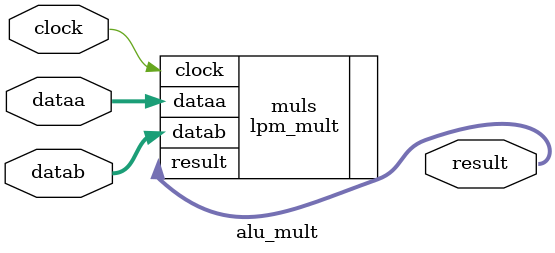
<source format=v>
module alu_mult(
    input clock,
    input signed [16:0] dataa,
    input signed [16:0] datab,
    output signed [33:0] result
);

lpm_mult muls(
    .clock  (clock),
    .dataa  (dataa),
    .datab  (datab),
    .result (result)
);
defparam
    muls.lpm_widtha = 17,
    muls.lpm_widthb = 17,
    muls.lpm_widthp = 34,
    muls.lpm_representation = "SIGNED",
    muls.lpm_pipeline = 1;

endmodule // alu_mult

</source>
